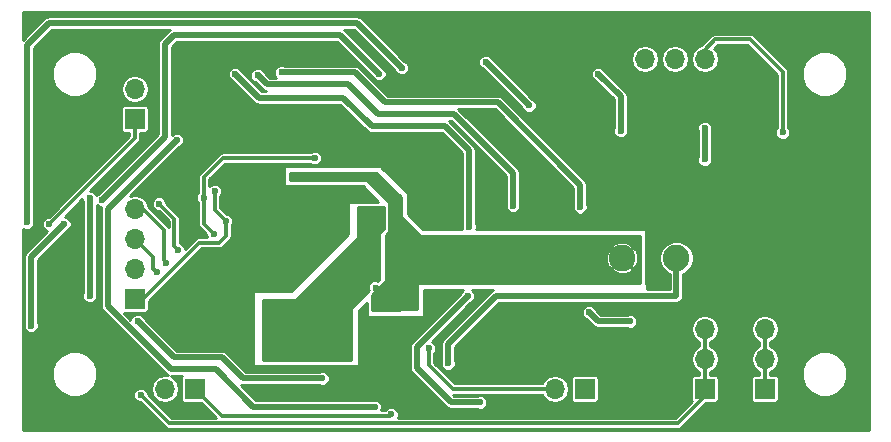
<source format=gbr>
G04 #@! TF.FileFunction,Copper,L2,Bot,Signal*
%FSLAX46Y46*%
G04 Gerber Fmt 4.6, Leading zero omitted, Abs format (unit mm)*
G04 Created by KiCad (PCBNEW 4.0.7) date 05/02/18 00:14:41*
%MOMM*%
%LPD*%
G01*
G04 APERTURE LIST*
%ADD10C,0.100000*%
%ADD11C,0.600000*%
%ADD12C,2.250000*%
%ADD13R,1.700000X1.700000*%
%ADD14O,1.700000X1.700000*%
%ADD15C,0.300000*%
%ADD16C,0.500000*%
%ADD17C,0.250000*%
G04 APERTURE END LIST*
D10*
D11*
X29004000Y18166000D03*
X34754000Y16366000D03*
X9021000Y5731000D03*
X16768000Y12335000D03*
X16768000Y11446000D03*
X16768000Y10557000D03*
X16768000Y9668000D03*
X17657000Y9668000D03*
X17657000Y10557000D03*
X17657000Y11446000D03*
X17657000Y12335000D03*
X19435000Y12335000D03*
X18546000Y12335000D03*
X18546000Y11446000D03*
X18546000Y10557000D03*
X18546000Y9668000D03*
X19435000Y9668000D03*
X19435000Y10557000D03*
X19435000Y11446000D03*
X43943000Y19764000D03*
X43943000Y18875000D03*
X43943000Y17986000D03*
X44832000Y17986000D03*
X44832000Y18875000D03*
X44832000Y19764000D03*
X45721000Y19764000D03*
X45721000Y18875000D03*
X45721000Y17986000D03*
X25842000Y25512000D03*
X25842000Y26401000D03*
X25842000Y27290000D03*
X24953000Y27290000D03*
X24953000Y26401000D03*
X24953000Y25512000D03*
X24064000Y25512000D03*
X24064000Y26401000D03*
X24064000Y27290000D03*
X69304000Y19640000D03*
X68415000Y19640000D03*
X68415000Y18751000D03*
X69304000Y18751000D03*
X70193000Y19640000D03*
X70193000Y18751000D03*
X52776000Y2851000D03*
X52776000Y3740000D03*
X52776000Y4629000D03*
X68415000Y20529000D03*
X69304000Y20529000D03*
X70193000Y20529000D03*
X51887000Y4629000D03*
X51887000Y3740000D03*
X51887000Y2851000D03*
X50998000Y2851000D03*
X50998000Y3740000D03*
X50998000Y4629000D03*
X66252000Y9856000D03*
X66252000Y8967000D03*
X67141000Y8967000D03*
X67141000Y9856000D03*
X70697000Y9856000D03*
X69808000Y9856000D03*
X68919000Y9856000D03*
X68030000Y9856000D03*
X68030000Y8967000D03*
X70697000Y8967000D03*
X68919000Y8967000D03*
X69808000Y8967000D03*
X43601000Y1944000D03*
X42712000Y1944000D03*
X65351000Y23805000D03*
X44490000Y1944000D03*
X66240000Y23805000D03*
X66240000Y22916000D03*
X65351000Y22916000D03*
X41823000Y1944000D03*
X40473000Y5183000D03*
X41362000Y5183000D03*
X42251000Y5183000D03*
X43140000Y5183000D03*
X39584000Y5183000D03*
X40934000Y1944000D03*
X33384000Y9505000D03*
X33384000Y8616000D03*
X32495000Y8616000D03*
X32495000Y9505000D03*
X40045000Y1944000D03*
X38695000Y5183000D03*
X49791000Y20856000D03*
X49791000Y19967000D03*
X49791000Y19078000D03*
X49791000Y18189000D03*
X50680000Y18189000D03*
X50680000Y19078000D03*
X50680000Y19967000D03*
X50680000Y20856000D03*
X36836000Y20556000D03*
X53347000Y20856000D03*
X52458000Y20856000D03*
X51569000Y20856000D03*
X51569000Y19967000D03*
X51569000Y19078000D03*
X51569000Y18189000D03*
X52458000Y18189000D03*
X53347000Y18189000D03*
X36836000Y17889000D03*
X36836000Y18778000D03*
X36836000Y19667000D03*
X53347000Y19078000D03*
X52458000Y19078000D03*
X52458000Y19967000D03*
X53347000Y19967000D03*
X47097000Y32072000D03*
X46208000Y32072000D03*
X36258000Y34083000D03*
X37147000Y34083000D03*
X47986000Y32072000D03*
X38036000Y34083000D03*
X38036000Y33194000D03*
X37147000Y33194000D03*
X36258000Y33194000D03*
X35369000Y33194000D03*
X35369000Y34083000D03*
X45319000Y32072000D03*
X45319000Y32961000D03*
X46208000Y32961000D03*
X47097000Y32961000D03*
X47986000Y32961000D03*
X44430000Y32961000D03*
X44430000Y32072000D03*
X34480000Y34083000D03*
X34480000Y33194000D03*
X33591000Y33194000D03*
X33591000Y34083000D03*
X43541000Y32072000D03*
X43541000Y32961000D03*
X29245000Y9638000D03*
X29245000Y8749000D03*
X29245000Y7860000D03*
X29245000Y6971000D03*
X61390000Y1338000D03*
X60501000Y1338000D03*
X59612000Y1338000D03*
X58723000Y1338000D03*
X62473000Y17049000D03*
X62473000Y16160000D03*
X62473000Y15271000D03*
X63362000Y15271000D03*
X64251000Y15271000D03*
X65140000Y15271000D03*
X65140000Y16160000D03*
X65140000Y17049000D03*
X64251000Y16160000D03*
X63362000Y16160000D03*
X63362000Y17049000D03*
X64251000Y17049000D03*
X18531000Y7912000D03*
X17642000Y7912000D03*
X19442000Y13173000D03*
X19420000Y7912000D03*
X18553000Y13173000D03*
X16753000Y7912000D03*
X16753000Y8801000D03*
X17642000Y8801000D03*
X18531000Y8801000D03*
X19420000Y8801000D03*
X15864000Y8801000D03*
X15864000Y7912000D03*
X17664000Y13173000D03*
X16775000Y13173000D03*
X14975000Y7912000D03*
X14975000Y8801000D03*
X9621000Y33024000D03*
X9621000Y32135000D03*
X10510000Y32135000D03*
X10510000Y33024000D03*
X2666000Y27774000D03*
X1777000Y27774000D03*
X40588000Y18824000D03*
X39699000Y18824000D03*
X39699000Y17935000D03*
X2666000Y26885000D03*
X40588000Y17935000D03*
X1777000Y26885000D03*
X21086000Y20209000D03*
X20197000Y20209000D03*
X21204000Y22116000D03*
X30866000Y24080000D03*
X30866000Y23191000D03*
X6100000Y9287000D03*
X5211000Y9287000D03*
X4322000Y9287000D03*
X3433000Y9287000D03*
X14104000Y8786000D03*
X9148000Y7128000D03*
X20197000Y21098000D03*
X21086000Y21098000D03*
X30866000Y24969000D03*
X8259000Y8017000D03*
X8259000Y7128000D03*
X14104000Y7897000D03*
X2544000Y9287000D03*
X9021000Y3064000D03*
X9021000Y3953000D03*
X9021000Y4842000D03*
X22725000Y24646000D03*
X15425000Y25207000D03*
X15425000Y24318000D03*
X16075000Y32229000D03*
X16964000Y32229000D03*
X16314000Y24318000D03*
X16314000Y25207000D03*
X23614000Y24646000D03*
X27170000Y24646000D03*
X26281000Y24646000D03*
X25392000Y24646000D03*
X24503000Y24646000D03*
X17203000Y25207000D03*
X17203000Y24318000D03*
X17853000Y32229000D03*
X18742000Y32229000D03*
X19631000Y32229000D03*
X20520000Y32229000D03*
X19870000Y24318000D03*
X19870000Y25207000D03*
X18981000Y24318000D03*
X18092000Y24318000D03*
X18092000Y25207000D03*
X23454000Y6516000D03*
X21054000Y6516000D03*
X22654000Y6516000D03*
X21854000Y6516000D03*
X21854000Y7316000D03*
X23454000Y7316000D03*
X22654000Y7316000D03*
X21054000Y7316000D03*
X33954000Y16366000D03*
X31529000Y16366000D03*
X33154000Y16366000D03*
X32354000Y16366000D03*
X24129000Y21841000D03*
X23354000Y21841000D03*
X33429000Y12341000D03*
X32629000Y12366000D03*
X31834000Y12357000D03*
X31034000Y12382000D03*
X30234000Y12407000D03*
X32629000Y10766000D03*
X33429000Y10741000D03*
X32629000Y11566000D03*
X18981000Y25207000D03*
X30554000Y18166000D03*
X29754000Y18166000D03*
X29754000Y18966000D03*
X33429000Y11541000D03*
D12*
X51097800Y14908000D03*
X55697800Y14908000D03*
D13*
X9833800Y26686000D03*
D14*
X9833800Y29226000D03*
D13*
X55553800Y3826000D03*
D14*
X55553800Y6366000D03*
X55553800Y8906000D03*
D13*
X63173800Y3826000D03*
D14*
X63173800Y6366000D03*
X63173800Y8906000D03*
D13*
X60633800Y3826000D03*
D14*
X60633800Y6366000D03*
X60633800Y8906000D03*
D13*
X58093800Y3826000D03*
D14*
X58093800Y6366000D03*
X58093800Y8906000D03*
D13*
X9833800Y11446000D03*
D14*
X9833800Y13986000D03*
X9833800Y16526000D03*
X9833800Y19066000D03*
D13*
X47933800Y3826000D03*
D14*
X45393800Y3826000D03*
D13*
X14913800Y3826000D03*
D14*
X12373800Y3826000D03*
D13*
X60633800Y31766000D03*
D14*
X58093800Y31766000D03*
X55553800Y31766000D03*
X53013800Y31766000D03*
D11*
X30556000Y18969000D03*
X31504000Y7016000D03*
X31404000Y4866000D03*
X26322800Y22883000D03*
X22097800Y21808000D03*
X20397800Y22108000D03*
X14597800Y22008000D03*
X10087800Y9541000D03*
X25708800Y4715000D03*
X6023800Y19955000D03*
X6023800Y11700000D03*
X36376800Y5985000D03*
X40948800Y11700000D03*
X50219800Y11700000D03*
X16620300Y20574500D03*
X17570300Y18024500D03*
X11697800Y13708000D03*
X12497800Y14508000D03*
X25070300Y23374500D03*
X15670300Y20024500D03*
X16520300Y16974500D03*
X58093800Y25924000D03*
X58093800Y23257000D03*
X50981800Y25670000D03*
X49076800Y30496000D03*
X39551800Y31512000D03*
X43234800Y27829000D03*
X689800Y17923000D03*
X32439800Y31004000D03*
X7039800Y19828000D03*
X3864800Y17796000D03*
X1070800Y9160000D03*
X30534800Y30496000D03*
X30153800Y2302000D03*
X13389800Y24908000D03*
X18342800Y30496000D03*
X38154800Y17542000D03*
X38027800Y11700000D03*
X39043800Y2683000D03*
X20247800Y30369000D03*
X41854000Y19316000D03*
X47554000Y19216000D03*
X22279800Y30623000D03*
X51743800Y9541000D03*
X48314800Y10303000D03*
X64697800Y25543000D03*
X2594800Y17796000D03*
X31550800Y1667000D03*
X34725800Y7255000D03*
X10341800Y3318000D03*
X13497800Y15608000D03*
X11897800Y19508000D03*
D15*
X31504000Y4966000D02*
X31504000Y7016000D01*
X31404000Y4866000D02*
X31504000Y4966000D01*
X55553800Y6366000D02*
X55553800Y8906000D01*
X55553800Y3826000D02*
X55553800Y6366000D01*
X60633800Y6366000D02*
X60633800Y8906000D01*
X60633800Y3826000D02*
X60633800Y6366000D01*
D16*
X13135800Y6493000D02*
X10087800Y9541000D01*
X17199800Y6493000D02*
X13135800Y6493000D01*
X18977800Y4715000D02*
X17199800Y6493000D01*
X25708800Y4715000D02*
X18977800Y4715000D01*
X6023800Y11700000D02*
X6023800Y19955000D01*
X40948800Y11700000D02*
X40440800Y11700000D01*
X36376800Y7636000D02*
X36376800Y5985000D01*
X40440800Y11700000D02*
X36376800Y7636000D01*
X50219800Y11700000D02*
X40948800Y11700000D01*
X55697800Y11717000D02*
X55697800Y14908000D01*
X55680800Y11700000D02*
X55697800Y11717000D01*
X50219800Y11700000D02*
X55680800Y11700000D01*
D15*
X9837800Y11438000D02*
X10527800Y11438000D01*
X10527800Y11438000D02*
X15297800Y16208000D01*
X15297800Y16208000D02*
X16997800Y16208000D01*
X16997800Y16208000D02*
X17570300Y16780500D01*
X17570300Y16780500D02*
X17570300Y18024500D01*
X16620300Y18974500D02*
X16620300Y20574500D01*
X17570300Y18024500D02*
X16620300Y18974500D01*
X11397800Y14958000D02*
X9837800Y16518000D01*
X11397800Y14008000D02*
X11397800Y14958000D01*
X11697800Y13708000D02*
X11397800Y14008000D01*
X12297800Y17308000D02*
X10547800Y19058000D01*
X12297800Y14708000D02*
X12297800Y17308000D01*
X12497800Y14508000D02*
X12297800Y14708000D01*
X10547800Y19058000D02*
X9837800Y19058000D01*
X15670300Y20024500D02*
X15670300Y21774500D01*
X17270300Y23374500D02*
X25070300Y23374500D01*
X15670300Y21774500D02*
X17270300Y23374500D01*
X15670300Y17824500D02*
X15670300Y20024500D01*
X16520300Y16974500D02*
X15670300Y17824500D01*
X63173800Y6366000D02*
X63173800Y8906000D01*
X63173800Y3826000D02*
X63173800Y6366000D01*
D16*
X58093800Y23257000D02*
X58093800Y25924000D01*
X50981800Y28591000D02*
X50981800Y25670000D01*
X49076800Y30496000D02*
X50981800Y28591000D01*
X39551800Y31512000D02*
X43234800Y27829000D01*
X689800Y32909000D02*
X689800Y17923000D01*
X2594800Y34814000D02*
X689800Y32909000D01*
X28629800Y34814000D02*
X2594800Y34814000D01*
X32439800Y31004000D02*
X28629800Y34814000D01*
X3864800Y17796000D02*
X1070800Y15002000D01*
X1070800Y15002000D02*
X1070800Y9160000D01*
X12373800Y25162000D02*
X7039800Y19828000D01*
X12373800Y33036000D02*
X12373800Y25162000D01*
X13135800Y33798000D02*
X12373800Y33036000D01*
X27232800Y33798000D02*
X13135800Y33798000D01*
X30534800Y30496000D02*
X27232800Y33798000D01*
X19866800Y2302000D02*
X30153800Y2302000D01*
X16691800Y5477000D02*
X19866800Y2302000D01*
X12881800Y5477000D02*
X16691800Y5477000D01*
X7547800Y10811000D02*
X12881800Y5477000D01*
X7547800Y19066000D02*
X7547800Y10811000D01*
X13389800Y24908000D02*
X7547800Y19066000D01*
X18342800Y30496000D02*
X20374800Y28464000D01*
X20374800Y28464000D02*
X27486800Y28464000D01*
X27486800Y28464000D02*
X29899800Y26051000D01*
X29899800Y26051000D02*
X36122800Y26051000D01*
X36122800Y26051000D02*
X38154800Y24019000D01*
X38154800Y24019000D02*
X38154800Y17542000D01*
X38027800Y11700000D02*
X33709800Y7382000D01*
X33709800Y7382000D02*
X33709800Y5604000D01*
X33709800Y5604000D02*
X36630800Y2683000D01*
X36630800Y2683000D02*
X39043800Y2683000D01*
X41837800Y22114000D02*
X41837800Y19332200D01*
X20247800Y30369000D02*
X21009800Y29607000D01*
X21009800Y29607000D02*
X27867800Y29607000D01*
X27867800Y29607000D02*
X30407800Y27067000D01*
X30407800Y27067000D02*
X36884800Y27067000D01*
X36884800Y27067000D02*
X41837800Y22114000D01*
X41837800Y19332200D02*
X41854000Y19316000D01*
X22279800Y30623000D02*
X28502800Y30623000D01*
X28502800Y30623000D02*
X31042800Y28083000D01*
X31042800Y28083000D02*
X40567800Y28083000D01*
X40567800Y28083000D02*
X47552800Y21098000D01*
X47552800Y21098000D02*
X47554000Y19216000D01*
X49076800Y9541000D02*
X51743800Y9541000D01*
X48314800Y10303000D02*
X49076800Y9541000D01*
D15*
X58093800Y31766000D02*
X58093800Y32528000D01*
X58093800Y32528000D02*
X58982800Y33417000D01*
X64697800Y30623000D02*
X64697800Y25543000D01*
X61903800Y33417000D02*
X64697800Y30623000D01*
X58982800Y33417000D02*
X61903800Y33417000D01*
X9833800Y26686000D02*
X9833800Y25035000D01*
X9833800Y25035000D02*
X2594800Y17796000D01*
X17199800Y1540000D02*
X14913800Y3826000D01*
X31423800Y1540000D02*
X17199800Y1540000D01*
X31550800Y1667000D02*
X31423800Y1540000D01*
X45393800Y3826000D02*
X36757800Y3826000D01*
X34725800Y5858000D02*
X34725800Y7255000D01*
X36757800Y3826000D02*
X34725800Y5858000D01*
X58093800Y3826000D02*
X58093800Y3191000D01*
X58093800Y3191000D02*
X55807800Y905000D01*
X12754800Y905000D02*
X10341800Y3318000D01*
X55807800Y905000D02*
X12754800Y905000D01*
X58093800Y6366000D02*
X58093800Y8906000D01*
X58093800Y3826000D02*
X58093800Y6366000D01*
X58097800Y3818000D02*
X58097800Y3308000D01*
X13497800Y15608000D02*
X13197800Y15908000D01*
X13197800Y15908000D02*
X13197800Y18208000D01*
X13197800Y18208000D02*
X11897800Y19508000D01*
D17*
G36*
X32345300Y20072724D02*
X32345300Y18474500D01*
X32355148Y18425868D01*
X32381912Y18386112D01*
X33981912Y16786112D01*
X34023263Y16758687D01*
X34070300Y16749500D01*
X35615140Y16749500D01*
X35657115Y16758000D01*
X52647800Y16758000D01*
X52647800Y12808000D01*
X33847800Y12808000D01*
X33799168Y12798152D01*
X33758199Y12770159D01*
X33731349Y12728432D01*
X33722800Y12683000D01*
X33722800Y10558000D01*
X32270300Y10558000D01*
X32228325Y10549500D01*
X29945300Y10549500D01*
X29945300Y11772724D01*
X31058688Y12886112D01*
X31086113Y12927463D01*
X31095300Y12974500D01*
X31095300Y13956969D01*
X50182124Y13956969D01*
X50309103Y13779919D01*
X50800837Y13563967D01*
X51337781Y13552633D01*
X51838190Y13747641D01*
X51886497Y13779919D01*
X52013476Y13956969D01*
X51097800Y14872645D01*
X50182124Y13956969D01*
X31095300Y13956969D01*
X31095300Y14668019D01*
X49742433Y14668019D01*
X49937441Y14167610D01*
X49969719Y14119303D01*
X50146769Y13992324D01*
X51062445Y14908000D01*
X51133155Y14908000D01*
X52048831Y13992324D01*
X52225881Y14119303D01*
X52441833Y14611037D01*
X52453167Y15147981D01*
X52258159Y15648390D01*
X52225881Y15696697D01*
X52048831Y15823676D01*
X51133155Y14908000D01*
X51062445Y14908000D01*
X50146769Y15823676D01*
X49969719Y15696697D01*
X49753767Y15204963D01*
X49742433Y14668019D01*
X31095300Y14668019D01*
X31095300Y15859031D01*
X50182124Y15859031D01*
X51097800Y14943355D01*
X52013476Y15859031D01*
X51886497Y16036081D01*
X51394763Y16252033D01*
X50857819Y16263367D01*
X50357410Y16068359D01*
X50309103Y16036081D01*
X50182124Y15859031D01*
X31095300Y15859031D01*
X31095300Y16822724D01*
X31358688Y17086112D01*
X31386113Y17127463D01*
X31395300Y17174500D01*
X31395300Y19524500D01*
X31385452Y19573132D01*
X31358688Y19612888D01*
X29458688Y21512888D01*
X29417337Y21540313D01*
X29370300Y21549500D01*
X23315472Y21549500D01*
X23270300Y21558000D01*
X23022800Y21558000D01*
X23022800Y22133000D01*
X23270300Y22133000D01*
X23318932Y22142848D01*
X23328667Y22149500D01*
X30268524Y22149500D01*
X32345300Y20072724D01*
X32345300Y20072724D01*
G37*
X32345300Y20072724D02*
X32345300Y18474500D01*
X32355148Y18425868D01*
X32381912Y18386112D01*
X33981912Y16786112D01*
X34023263Y16758687D01*
X34070300Y16749500D01*
X35615140Y16749500D01*
X35657115Y16758000D01*
X52647800Y16758000D01*
X52647800Y12808000D01*
X33847800Y12808000D01*
X33799168Y12798152D01*
X33758199Y12770159D01*
X33731349Y12728432D01*
X33722800Y12683000D01*
X33722800Y10558000D01*
X32270300Y10558000D01*
X32228325Y10549500D01*
X29945300Y10549500D01*
X29945300Y11772724D01*
X31058688Y12886112D01*
X31086113Y12927463D01*
X31095300Y12974500D01*
X31095300Y13956969D01*
X50182124Y13956969D01*
X50309103Y13779919D01*
X50800837Y13563967D01*
X51337781Y13552633D01*
X51838190Y13747641D01*
X51886497Y13779919D01*
X52013476Y13956969D01*
X51097800Y14872645D01*
X50182124Y13956969D01*
X31095300Y13956969D01*
X31095300Y14668019D01*
X49742433Y14668019D01*
X49937441Y14167610D01*
X49969719Y14119303D01*
X50146769Y13992324D01*
X51062445Y14908000D01*
X51133155Y14908000D01*
X52048831Y13992324D01*
X52225881Y14119303D01*
X52441833Y14611037D01*
X52453167Y15147981D01*
X52258159Y15648390D01*
X52225881Y15696697D01*
X52048831Y15823676D01*
X51133155Y14908000D01*
X51062445Y14908000D01*
X50146769Y15823676D01*
X49969719Y15696697D01*
X49753767Y15204963D01*
X49742433Y14668019D01*
X31095300Y14668019D01*
X31095300Y15859031D01*
X50182124Y15859031D01*
X51097800Y14943355D01*
X52013476Y15859031D01*
X51886497Y16036081D01*
X51394763Y16252033D01*
X50857819Y16263367D01*
X50357410Y16068359D01*
X50309103Y16036081D01*
X50182124Y15859031D01*
X31095300Y15859031D01*
X31095300Y16822724D01*
X31358688Y17086112D01*
X31386113Y17127463D01*
X31395300Y17174500D01*
X31395300Y19524500D01*
X31385452Y19573132D01*
X31358688Y19612888D01*
X29458688Y21512888D01*
X29417337Y21540313D01*
X29370300Y21549500D01*
X23315472Y21549500D01*
X23270300Y21558000D01*
X23022800Y21558000D01*
X23022800Y22133000D01*
X23270300Y22133000D01*
X23318932Y22142848D01*
X23328667Y22149500D01*
X30268524Y22149500D01*
X32345300Y20072724D01*
G36*
X30897800Y17384776D02*
X30584412Y17071388D01*
X30556987Y17030037D01*
X30547800Y16983000D01*
X30547800Y13134776D01*
X30419668Y13006644D01*
X30358866Y13031891D01*
X30110225Y13032108D01*
X29880429Y12937158D01*
X29704460Y12761496D01*
X29609109Y12531866D01*
X29608892Y12283225D01*
X29634434Y12221410D01*
X28209412Y10796388D01*
X28181987Y10755037D01*
X28172800Y10708000D01*
X28172800Y6308000D01*
X20697800Y6308000D01*
X20697800Y11333000D01*
X23397800Y11333000D01*
X23446432Y11342848D01*
X23486188Y11369612D01*
X28661188Y16544612D01*
X28688613Y16585963D01*
X28697800Y16633000D01*
X28697800Y19233000D01*
X30897800Y19233000D01*
X30897800Y17384776D01*
X30897800Y17384776D01*
G37*
X30897800Y17384776D02*
X30584412Y17071388D01*
X30556987Y17030037D01*
X30547800Y16983000D01*
X30547800Y13134776D01*
X30419668Y13006644D01*
X30358866Y13031891D01*
X30110225Y13032108D01*
X29880429Y12937158D01*
X29704460Y12761496D01*
X29609109Y12531866D01*
X29608892Y12283225D01*
X29634434Y12221410D01*
X28209412Y10796388D01*
X28181987Y10755037D01*
X28172800Y10708000D01*
X28172800Y6308000D01*
X20697800Y6308000D01*
X20697800Y11333000D01*
X23397800Y11333000D01*
X23446432Y11342848D01*
X23486188Y11369612D01*
X28661188Y16544612D01*
X28688613Y16585963D01*
X28697800Y16633000D01*
X28697800Y19233000D01*
X30897800Y19233000D01*
X30897800Y17384776D01*
G36*
X71971800Y350000D02*
X350000Y350000D01*
X350000Y4714774D01*
X2828467Y4714774D01*
X3120913Y4007000D01*
X3661951Y3465016D01*
X4369214Y3171335D01*
X5135026Y3170667D01*
X5842800Y3463113D01*
X6384784Y4004151D01*
X6678465Y4711414D01*
X6679133Y5477226D01*
X6386687Y6185000D01*
X5845649Y6726984D01*
X5138386Y7020665D01*
X4372574Y7021333D01*
X3664800Y6728887D01*
X3122816Y6187849D01*
X2829135Y5480586D01*
X2828467Y4714774D01*
X350000Y4714774D01*
X350000Y17387358D01*
X564934Y17298109D01*
X813575Y17297892D01*
X1043371Y17392842D01*
X1219340Y17568504D01*
X1314691Y17798134D01*
X1314908Y18046775D01*
X1264800Y18168045D01*
X1264800Y30114774D01*
X2828467Y30114774D01*
X3120913Y29407000D01*
X3661951Y28865016D01*
X4369214Y28571335D01*
X5135026Y28570667D01*
X5842800Y28863113D01*
X6206321Y29226000D01*
X8635780Y29226000D01*
X8725222Y28776347D01*
X8979930Y28395150D01*
X9361127Y28140442D01*
X9810780Y28051000D01*
X9856820Y28051000D01*
X10306473Y28140442D01*
X10687670Y28395150D01*
X10942378Y28776347D01*
X11031820Y29226000D01*
X10942378Y29675653D01*
X10687670Y30056850D01*
X10306473Y30311558D01*
X9856820Y30401000D01*
X9810780Y30401000D01*
X9361127Y30311558D01*
X8979930Y30056850D01*
X8725222Y29675653D01*
X8635780Y29226000D01*
X6206321Y29226000D01*
X6384784Y29404151D01*
X6678465Y30111414D01*
X6679133Y30877226D01*
X6386687Y31585000D01*
X5845649Y32126984D01*
X5138386Y32420665D01*
X4372574Y32421333D01*
X3664800Y32128887D01*
X3122816Y31587849D01*
X2829135Y30880586D01*
X2828467Y30114774D01*
X1264800Y30114774D01*
X1264800Y32670828D01*
X2832973Y34239000D01*
X12780717Y34239000D01*
X12729214Y34204587D01*
X11967214Y33442586D01*
X11842569Y33256043D01*
X11798800Y33036000D01*
X11798800Y25400172D01*
X6806468Y20407840D01*
X6686229Y20358158D01*
X6578078Y20250196D01*
X6553958Y20308571D01*
X6378296Y20484540D01*
X6148666Y20579891D01*
X6050529Y20579977D01*
X10169676Y24699124D01*
X10272643Y24853225D01*
X10308800Y25035000D01*
X10308800Y25504633D01*
X10683800Y25504633D01*
X10804238Y25527295D01*
X10914853Y25598474D01*
X10989060Y25707080D01*
X11015167Y25836000D01*
X11015167Y27536000D01*
X10992505Y27656438D01*
X10921326Y27767053D01*
X10812720Y27841260D01*
X10683800Y27867367D01*
X8983800Y27867367D01*
X8863362Y27844705D01*
X8752747Y27773526D01*
X8678540Y27664920D01*
X8652433Y27536000D01*
X8652433Y25836000D01*
X8675095Y25715562D01*
X8746274Y25604947D01*
X8854880Y25530740D01*
X8983800Y25504633D01*
X9358800Y25504633D01*
X9358800Y25231752D01*
X2548089Y18421041D01*
X2471025Y18421108D01*
X2241229Y18326158D01*
X2065260Y18150496D01*
X1969909Y17920866D01*
X1969692Y17672225D01*
X2064642Y17442429D01*
X2240304Y17266460D01*
X2439411Y17183783D01*
X664214Y15408586D01*
X539569Y15222043D01*
X495800Y15002000D01*
X495800Y9405017D01*
X445909Y9284866D01*
X445692Y9036225D01*
X540642Y8806429D01*
X716304Y8630460D01*
X945934Y8535109D01*
X1194575Y8534892D01*
X1424371Y8629842D01*
X1600340Y8805504D01*
X1695691Y9035134D01*
X1695908Y9283775D01*
X1645800Y9405045D01*
X1645800Y14763828D01*
X4098134Y17216161D01*
X4218371Y17265842D01*
X4394340Y17441504D01*
X4489691Y17671134D01*
X4489908Y17919775D01*
X4394958Y18149571D01*
X4219296Y18325540D01*
X3989666Y18420891D01*
X3891529Y18420977D01*
X5398777Y19928225D01*
X5398692Y19831225D01*
X5448800Y19709955D01*
X5448800Y11945017D01*
X5398909Y11824866D01*
X5398692Y11576225D01*
X5493642Y11346429D01*
X5669304Y11170460D01*
X5898934Y11075109D01*
X6147575Y11074892D01*
X6377371Y11169842D01*
X6553340Y11345504D01*
X6648691Y11575134D01*
X6648908Y11823775D01*
X6598800Y11945045D01*
X6598800Y19385115D01*
X6685304Y19298460D01*
X6914934Y19203109D01*
X7000058Y19203035D01*
X6972800Y19066000D01*
X6972800Y10811000D01*
X7003334Y10657496D01*
X7016569Y10590957D01*
X7141214Y10404414D01*
X12475214Y5070414D01*
X12617065Y4975631D01*
X12373800Y5024020D01*
X11924147Y4934578D01*
X11542950Y4679870D01*
X11288242Y4298673D01*
X11198800Y3849020D01*
X11198800Y3802980D01*
X11288242Y3353327D01*
X11542950Y2972130D01*
X11924147Y2717422D01*
X12373800Y2627980D01*
X12823453Y2717422D01*
X13204650Y2972130D01*
X13459358Y3353327D01*
X13548800Y3802980D01*
X13548800Y3849020D01*
X13459358Y4298673D01*
X13204650Y4679870D01*
X12868144Y4904716D01*
X12881800Y4902000D01*
X13824872Y4902000D01*
X13758540Y4804920D01*
X13732433Y4676000D01*
X13732433Y2976000D01*
X13755095Y2855562D01*
X13826274Y2744947D01*
X13934880Y2670740D01*
X14063800Y2644633D01*
X15423415Y2644633D01*
X16688048Y1380000D01*
X12951551Y1380000D01*
X10966841Y3364711D01*
X10966908Y3441775D01*
X10871958Y3671571D01*
X10696296Y3847540D01*
X10466666Y3942891D01*
X10218025Y3943108D01*
X9988229Y3848158D01*
X9812260Y3672496D01*
X9716909Y3442866D01*
X9716692Y3194225D01*
X9811642Y2964429D01*
X9987304Y2788460D01*
X10216934Y2693109D01*
X10295007Y2693041D01*
X12418922Y569127D01*
X12418924Y569124D01*
X12573025Y466157D01*
X12754800Y430000D01*
X55807800Y430000D01*
X55989575Y466157D01*
X56143676Y569124D01*
X58219185Y2644633D01*
X58943800Y2644633D01*
X59064238Y2667295D01*
X59174853Y2738474D01*
X59249060Y2847080D01*
X59275167Y2976000D01*
X59275167Y4676000D01*
X59252505Y4796438D01*
X59181326Y4907053D01*
X59072720Y4981260D01*
X58943800Y5007367D01*
X58568800Y5007367D01*
X58568800Y5281997D01*
X58947670Y5535150D01*
X59202378Y5916347D01*
X59291820Y6366000D01*
X59202378Y6815653D01*
X58947670Y7196850D01*
X58568800Y7450003D01*
X58568800Y7821997D01*
X58947670Y8075150D01*
X59202378Y8456347D01*
X59291820Y8906000D01*
X61975780Y8906000D01*
X62065222Y8456347D01*
X62319930Y8075150D01*
X62698800Y7821997D01*
X62698800Y7450003D01*
X62319930Y7196850D01*
X62065222Y6815653D01*
X61975780Y6366000D01*
X62065222Y5916347D01*
X62319930Y5535150D01*
X62698800Y5281997D01*
X62698800Y5007367D01*
X62323800Y5007367D01*
X62203362Y4984705D01*
X62092747Y4913526D01*
X62018540Y4804920D01*
X61992433Y4676000D01*
X61992433Y2976000D01*
X62015095Y2855562D01*
X62086274Y2744947D01*
X62194880Y2670740D01*
X62323800Y2644633D01*
X64023800Y2644633D01*
X64144238Y2667295D01*
X64254853Y2738474D01*
X64329060Y2847080D01*
X64355167Y2976000D01*
X64355167Y4676000D01*
X64347872Y4714774D01*
X66328467Y4714774D01*
X66620913Y4007000D01*
X67161951Y3465016D01*
X67869214Y3171335D01*
X68635026Y3170667D01*
X69342800Y3463113D01*
X69884784Y4004151D01*
X70178465Y4711414D01*
X70179133Y5477226D01*
X69886687Y6185000D01*
X69345649Y6726984D01*
X68638386Y7020665D01*
X67872574Y7021333D01*
X67164800Y6728887D01*
X66622816Y6187849D01*
X66329135Y5480586D01*
X66328467Y4714774D01*
X64347872Y4714774D01*
X64332505Y4796438D01*
X64261326Y4907053D01*
X64152720Y4981260D01*
X64023800Y5007367D01*
X63648800Y5007367D01*
X63648800Y5281997D01*
X64027670Y5535150D01*
X64282378Y5916347D01*
X64371820Y6366000D01*
X64282378Y6815653D01*
X64027670Y7196850D01*
X63648800Y7450003D01*
X63648800Y7821997D01*
X64027670Y8075150D01*
X64282378Y8456347D01*
X64371820Y8906000D01*
X64282378Y9355653D01*
X64027670Y9736850D01*
X63646473Y9991558D01*
X63196820Y10081000D01*
X63150780Y10081000D01*
X62701127Y9991558D01*
X62319930Y9736850D01*
X62065222Y9355653D01*
X61975780Y8906000D01*
X59291820Y8906000D01*
X59202378Y9355653D01*
X58947670Y9736850D01*
X58566473Y9991558D01*
X58116820Y10081000D01*
X58070780Y10081000D01*
X57621127Y9991558D01*
X57239930Y9736850D01*
X56985222Y9355653D01*
X56895780Y8906000D01*
X56985222Y8456347D01*
X57239930Y8075150D01*
X57618800Y7821997D01*
X57618800Y7450003D01*
X57239930Y7196850D01*
X56985222Y6815653D01*
X56895780Y6366000D01*
X56985222Y5916347D01*
X57239930Y5535150D01*
X57618800Y5281997D01*
X57618800Y5007367D01*
X57243800Y5007367D01*
X57123362Y4984705D01*
X57012747Y4913526D01*
X56938540Y4804920D01*
X56912433Y4676000D01*
X56912433Y2976000D01*
X56935095Y2855562D01*
X56994419Y2763371D01*
X55611048Y1380000D01*
X32108367Y1380000D01*
X32175691Y1542134D01*
X32175908Y1790775D01*
X32080958Y2020571D01*
X31905296Y2196540D01*
X31675666Y2291891D01*
X31427025Y2292108D01*
X31197229Y2197158D01*
X31021260Y2021496D01*
X31018563Y2015000D01*
X30711367Y2015000D01*
X30778691Y2177134D01*
X30778908Y2425775D01*
X30683958Y2655571D01*
X30508296Y2831540D01*
X30278666Y2926891D01*
X30030025Y2927108D01*
X29908755Y2877000D01*
X20104972Y2877000D01*
X18808246Y4173726D01*
X18977800Y4140000D01*
X25463783Y4140000D01*
X25583934Y4090109D01*
X25832575Y4089892D01*
X26062371Y4184842D01*
X26238340Y4360504D01*
X26333691Y4590134D01*
X26333908Y4838775D01*
X26238958Y5068571D01*
X26063296Y5244540D01*
X25833666Y5339891D01*
X25585025Y5340108D01*
X25463755Y5290000D01*
X19215973Y5290000D01*
X17606386Y6899586D01*
X17419843Y7024231D01*
X17199800Y7068000D01*
X13373972Y7068000D01*
X10667640Y9774332D01*
X10617958Y9894571D01*
X10442296Y10070540D01*
X10212666Y10165891D01*
X9964025Y10166108D01*
X9734229Y10071158D01*
X9558260Y9895496D01*
X9475583Y9696389D01*
X8887923Y10284049D01*
X8983800Y10264633D01*
X10683800Y10264633D01*
X10804238Y10287295D01*
X10914853Y10358474D01*
X10989060Y10467080D01*
X11015167Y10596000D01*
X11015167Y11253615D01*
X15494552Y15733000D01*
X16997800Y15733000D01*
X17179575Y15769157D01*
X17333676Y15872124D01*
X17906176Y16444624D01*
X18009143Y16598725D01*
X18045300Y16780500D01*
X18045300Y17615559D01*
X18099840Y17670004D01*
X18195191Y17899634D01*
X18195408Y18148275D01*
X18100458Y18378071D01*
X17924796Y18554040D01*
X17695166Y18649391D01*
X17617093Y18649459D01*
X17095300Y19171252D01*
X17095300Y20165559D01*
X17149840Y20220004D01*
X17245191Y20449634D01*
X17245408Y20698275D01*
X17150458Y20928071D01*
X16974796Y21104040D01*
X16745166Y21199391D01*
X16496525Y21199608D01*
X16266729Y21104658D01*
X16145300Y20983441D01*
X16145300Y21577748D01*
X17467052Y22899500D01*
X24661359Y22899500D01*
X24715804Y22844960D01*
X24945434Y22749609D01*
X25194075Y22749392D01*
X25423871Y22844342D01*
X25599840Y23020004D01*
X25695191Y23249634D01*
X25695408Y23498275D01*
X25600458Y23728071D01*
X25424796Y23904040D01*
X25195166Y23999391D01*
X24946525Y23999608D01*
X24716729Y23904658D01*
X24661475Y23849500D01*
X17270305Y23849500D01*
X17270300Y23849501D01*
X17118684Y23819342D01*
X17088525Y23813343D01*
X16934424Y23710376D01*
X15334424Y22110376D01*
X15231457Y21956275D01*
X15195300Y21774500D01*
X15195300Y20433441D01*
X15140760Y20378996D01*
X15045409Y20149366D01*
X15045192Y19900725D01*
X15140142Y19670929D01*
X15195300Y19615675D01*
X15195300Y17824500D01*
X15231457Y17642725D01*
X15334424Y17488624D01*
X15895259Y16927789D01*
X15895192Y16850725D01*
X15964495Y16683000D01*
X15297805Y16683000D01*
X15297800Y16683001D01*
X15146184Y16652842D01*
X15116025Y16646843D01*
X14961924Y16543876D01*
X14122884Y15704836D01*
X14122908Y15731775D01*
X14027958Y15961571D01*
X13852296Y16137540D01*
X13672800Y16212073D01*
X13672800Y18207995D01*
X13672801Y18208000D01*
X13642491Y18360376D01*
X13636643Y18389775D01*
X13533676Y18543876D01*
X13533673Y18543878D01*
X12522841Y19554711D01*
X12522908Y19631775D01*
X12427958Y19861571D01*
X12252296Y20037540D01*
X12022666Y20132891D01*
X11774025Y20133108D01*
X11544229Y20038158D01*
X11368260Y19862496D01*
X11272909Y19632866D01*
X11272692Y19384225D01*
X11367642Y19154429D01*
X11543304Y18978460D01*
X11772934Y18883109D01*
X11851007Y18883041D01*
X12722800Y18011249D01*
X12722800Y17510493D01*
X12633676Y17643876D01*
X10987192Y19290360D01*
X10942378Y19515653D01*
X10687670Y19896850D01*
X10306473Y20151558D01*
X9856820Y20241000D01*
X9810780Y20241000D01*
X9467736Y20172764D01*
X13623134Y24328161D01*
X13743371Y24377842D01*
X13919340Y24553504D01*
X14014691Y24783134D01*
X14014908Y25031775D01*
X13919958Y25261571D01*
X13744296Y25437540D01*
X13514666Y25532891D01*
X13266025Y25533108D01*
X13036229Y25438158D01*
X12948800Y25350882D01*
X12948800Y30372225D01*
X17717692Y30372225D01*
X17812642Y30142429D01*
X17988304Y29966460D01*
X18109488Y29916140D01*
X19968214Y28057414D01*
X20154757Y27932769D01*
X20374800Y27889000D01*
X27248628Y27889000D01*
X29493213Y25644414D01*
X29659794Y25533108D01*
X29679757Y25519769D01*
X29899800Y25476000D01*
X35884628Y25476000D01*
X37579800Y23780828D01*
X37579800Y17787017D01*
X37529909Y17666866D01*
X37529692Y17418225D01*
X37561601Y17341000D01*
X34255776Y17341000D01*
X32979000Y18617776D01*
X32979000Y20316000D01*
X32969152Y20364632D01*
X32942388Y20404388D01*
X30692388Y22654388D01*
X30651037Y22681813D01*
X30604000Y22691000D01*
X22604000Y22691000D01*
X22555368Y22681152D01*
X22514399Y22653159D01*
X22487549Y22611432D01*
X22479000Y22566000D01*
X22479000Y21116000D01*
X22488848Y21067368D01*
X22516841Y21026399D01*
X22558568Y20999549D01*
X22604000Y20991000D01*
X29152224Y20991000D01*
X30452224Y19691000D01*
X28054000Y19691000D01*
X28005368Y19681152D01*
X27964399Y19653159D01*
X27937549Y19611432D01*
X27929000Y19566000D01*
X27929000Y16967776D01*
X23052224Y12091000D01*
X20004000Y12091000D01*
X19955368Y12081152D01*
X19914399Y12053159D01*
X19887549Y12011432D01*
X19879000Y11966000D01*
X19879000Y5858000D01*
X19888848Y5809368D01*
X19916841Y5768399D01*
X19958568Y5741549D01*
X20004000Y5733000D01*
X28706000Y5733000D01*
X28754632Y5742848D01*
X28795601Y5770841D01*
X28822451Y5812568D01*
X28831000Y5858000D01*
X28831000Y10505224D01*
X29470000Y11144224D01*
X29470000Y10049000D01*
X29479848Y10000368D01*
X29507841Y9959399D01*
X29549568Y9932549D01*
X29595000Y9924000D01*
X34167000Y9924000D01*
X34215632Y9933848D01*
X34256601Y9961841D01*
X34283451Y10003568D01*
X34292000Y10049000D01*
X34292000Y12210000D01*
X37654036Y12210000D01*
X37498260Y12054496D01*
X37447940Y11933313D01*
X33303214Y7788586D01*
X33178569Y7602043D01*
X33134800Y7382000D01*
X33134800Y5604000D01*
X33164683Y5453769D01*
X33178569Y5383957D01*
X33303214Y5197414D01*
X36224214Y2276413D01*
X36371163Y2178225D01*
X36410757Y2151769D01*
X36630800Y2108000D01*
X38798783Y2108000D01*
X38918934Y2058109D01*
X39167575Y2057892D01*
X39397371Y2152842D01*
X39573340Y2328504D01*
X39668691Y2558134D01*
X39668908Y2806775D01*
X39573958Y3036571D01*
X39398296Y3212540D01*
X39168666Y3307891D01*
X38920025Y3308108D01*
X38798755Y3258000D01*
X36868973Y3258000D01*
X36775973Y3351000D01*
X44309797Y3351000D01*
X44562950Y2972130D01*
X44944147Y2717422D01*
X45393800Y2627980D01*
X45843453Y2717422D01*
X46224650Y2972130D01*
X46479358Y3353327D01*
X46568800Y3802980D01*
X46568800Y3849020D01*
X46479358Y4298673D01*
X46227236Y4676000D01*
X46752433Y4676000D01*
X46752433Y2976000D01*
X46775095Y2855562D01*
X46846274Y2744947D01*
X46954880Y2670740D01*
X47083800Y2644633D01*
X48783800Y2644633D01*
X48904238Y2667295D01*
X49014853Y2738474D01*
X49089060Y2847080D01*
X49115167Y2976000D01*
X49115167Y4676000D01*
X49092505Y4796438D01*
X49021326Y4907053D01*
X48912720Y4981260D01*
X48783800Y5007367D01*
X47083800Y5007367D01*
X46963362Y4984705D01*
X46852747Y4913526D01*
X46778540Y4804920D01*
X46752433Y4676000D01*
X46227236Y4676000D01*
X46224650Y4679870D01*
X45843453Y4934578D01*
X45393800Y5024020D01*
X44944147Y4934578D01*
X44562950Y4679870D01*
X44309797Y4301000D01*
X36954552Y4301000D01*
X35200800Y6054752D01*
X35200800Y6846059D01*
X35255340Y6900504D01*
X35350691Y7130134D01*
X35350908Y7378775D01*
X35255958Y7608571D01*
X35080296Y7784540D01*
X34970927Y7829954D01*
X38261134Y11120161D01*
X38381371Y11169842D01*
X38557340Y11345504D01*
X38652691Y11575134D01*
X38652908Y11823775D01*
X38557958Y12053571D01*
X38401802Y12210000D01*
X40188983Y12210000D01*
X40034214Y12106586D01*
X35970214Y8042586D01*
X35845569Y7856043D01*
X35801800Y7636000D01*
X35801800Y6230017D01*
X35751909Y6109866D01*
X35751692Y5861225D01*
X35846642Y5631429D01*
X36022304Y5455460D01*
X36251934Y5360109D01*
X36500575Y5359892D01*
X36730371Y5454842D01*
X36906340Y5630504D01*
X37001691Y5860134D01*
X37001908Y6108775D01*
X36951800Y6230045D01*
X36951800Y7397828D01*
X39733197Y10179225D01*
X47689692Y10179225D01*
X47784642Y9949429D01*
X47960304Y9773460D01*
X48081488Y9723140D01*
X48670214Y9134413D01*
X48817163Y9036225D01*
X48856757Y9009769D01*
X49076800Y8966000D01*
X51498783Y8966000D01*
X51618934Y8916109D01*
X51867575Y8915892D01*
X52097371Y9010842D01*
X52273340Y9186504D01*
X52368691Y9416134D01*
X52368908Y9664775D01*
X52273958Y9894571D01*
X52098296Y10070540D01*
X51868666Y10165891D01*
X51620025Y10166108D01*
X51498755Y10116000D01*
X49314973Y10116000D01*
X48894640Y10536333D01*
X48844958Y10656571D01*
X48669296Y10832540D01*
X48439666Y10927891D01*
X48191025Y10928108D01*
X47961229Y10833158D01*
X47785260Y10657496D01*
X47689909Y10427866D01*
X47689692Y10179225D01*
X39733197Y10179225D01*
X40678972Y11125000D01*
X40703783Y11125000D01*
X40823934Y11075109D01*
X41072575Y11074892D01*
X41193845Y11125000D01*
X49974783Y11125000D01*
X50094934Y11075109D01*
X50343575Y11074892D01*
X50464845Y11125000D01*
X55680800Y11125000D01*
X55900843Y11168769D01*
X56087386Y11293414D01*
X56104387Y11310414D01*
X56229031Y11496957D01*
X56272800Y11717000D01*
X56272800Y13576683D01*
X56518086Y13678033D01*
X56926333Y14085569D01*
X57147548Y14618312D01*
X57148051Y15195157D01*
X56927767Y15728286D01*
X56520231Y16136533D01*
X55987488Y16357748D01*
X55410643Y16358251D01*
X54877514Y16137967D01*
X54469267Y15730431D01*
X54248052Y15197688D01*
X54247549Y14620843D01*
X54467833Y14087714D01*
X54875369Y13679467D01*
X55122800Y13576724D01*
X55122800Y12275000D01*
X53197077Y12275000D01*
X53206451Y12289568D01*
X53215000Y12335000D01*
X53215000Y12616000D01*
X53205152Y12664632D01*
X53177159Y12705601D01*
X53135432Y12732451D01*
X53129000Y12733661D01*
X53129000Y17216000D01*
X53119152Y17264632D01*
X53091159Y17305601D01*
X53049432Y17332451D01*
X53004000Y17341000D01*
X38748077Y17341000D01*
X38779691Y17417134D01*
X38779908Y17665775D01*
X38729800Y17787045D01*
X38729800Y24019000D01*
X38686031Y24239043D01*
X38561386Y24425586D01*
X36529386Y26457586D01*
X36477882Y26492000D01*
X36646628Y26492000D01*
X41262800Y21875827D01*
X41262800Y19522003D01*
X41229109Y19440866D01*
X41228892Y19192225D01*
X41323842Y18962429D01*
X41499504Y18786460D01*
X41729134Y18691109D01*
X41977775Y18690892D01*
X42207571Y18785842D01*
X42383540Y18961504D01*
X42478891Y19191134D01*
X42479108Y19439775D01*
X42412800Y19600252D01*
X42412800Y22114000D01*
X42369031Y22334043D01*
X42344644Y22370540D01*
X42244387Y22520586D01*
X37291386Y27473586D01*
X37239882Y27508000D01*
X40329628Y27508000D01*
X46977952Y20859675D01*
X46978844Y19460640D01*
X46929109Y19340866D01*
X46928892Y19092225D01*
X47023842Y18862429D01*
X47199504Y18686460D01*
X47429134Y18591109D01*
X47677775Y18590892D01*
X47907571Y18685842D01*
X48083540Y18861504D01*
X48178891Y19091134D01*
X48179108Y19339775D01*
X48128844Y19461423D01*
X48127800Y21098367D01*
X48105780Y21208700D01*
X48084031Y21318043D01*
X48083928Y21318197D01*
X48083891Y21318382D01*
X48021663Y21411383D01*
X47959387Y21504586D01*
X40974386Y28489586D01*
X40787843Y28614231D01*
X40567800Y28658000D01*
X31280973Y28658000D01*
X28909386Y31029586D01*
X28722843Y31154231D01*
X28701738Y31158429D01*
X28502800Y31198000D01*
X22524817Y31198000D01*
X22404666Y31247891D01*
X22156025Y31248108D01*
X21926229Y31153158D01*
X21750260Y30977496D01*
X21654909Y30747866D01*
X21654692Y30499225D01*
X21749642Y30269429D01*
X21836918Y30182000D01*
X21247973Y30182000D01*
X20827640Y30602333D01*
X20777958Y30722571D01*
X20602296Y30898540D01*
X20372666Y30993891D01*
X20124025Y30994108D01*
X19894229Y30899158D01*
X19718260Y30723496D01*
X19622909Y30493866D01*
X19622692Y30245225D01*
X19717642Y30015429D01*
X19893304Y29839460D01*
X20014488Y29789140D01*
X20603214Y29200413D01*
X20720222Y29122231D01*
X20789757Y29075769D01*
X20974608Y29039000D01*
X20612972Y29039000D01*
X18922640Y30729332D01*
X18872958Y30849571D01*
X18697296Y31025540D01*
X18467666Y31120891D01*
X18219025Y31121108D01*
X17989229Y31026158D01*
X17813260Y30850496D01*
X17717909Y30620866D01*
X17717692Y30372225D01*
X12948800Y30372225D01*
X12948800Y32797828D01*
X13373973Y33223000D01*
X26994628Y33223000D01*
X29954961Y30262666D01*
X30004642Y30142429D01*
X30180304Y29966460D01*
X30409934Y29871109D01*
X30658575Y29870892D01*
X30888371Y29965842D01*
X31064340Y30141504D01*
X31159691Y30371134D01*
X31159908Y30619775D01*
X31064958Y30849571D01*
X30889296Y31025540D01*
X30768113Y31075860D01*
X27639386Y34204586D01*
X27587882Y34239000D01*
X28391628Y34239000D01*
X31859961Y30770666D01*
X31909642Y30650429D01*
X32085304Y30474460D01*
X32314934Y30379109D01*
X32563575Y30378892D01*
X32793371Y30473842D01*
X32969340Y30649504D01*
X33064691Y30879134D01*
X33064908Y31127775D01*
X32969958Y31357571D01*
X32939358Y31388225D01*
X38926692Y31388225D01*
X39021642Y31158429D01*
X39197304Y30982460D01*
X39318488Y30932140D01*
X42654961Y27595666D01*
X42704642Y27475429D01*
X42880304Y27299460D01*
X43109934Y27204109D01*
X43358575Y27203892D01*
X43588371Y27298842D01*
X43764340Y27474504D01*
X43859691Y27704134D01*
X43859908Y27952775D01*
X43764958Y28182571D01*
X43589296Y28358540D01*
X43468113Y28408860D01*
X41504748Y30372225D01*
X48451692Y30372225D01*
X48546642Y30142429D01*
X48722304Y29966460D01*
X48843488Y29916140D01*
X50406800Y28352827D01*
X50406800Y25915017D01*
X50356909Y25794866D01*
X50356692Y25546225D01*
X50451642Y25316429D01*
X50627304Y25140460D01*
X50856934Y25045109D01*
X51105575Y25044892D01*
X51335371Y25139842D01*
X51511340Y25315504D01*
X51606691Y25545134D01*
X51606908Y25793775D01*
X51604243Y25800225D01*
X57468692Y25800225D01*
X57518800Y25678955D01*
X57518800Y23502017D01*
X57468909Y23381866D01*
X57468692Y23133225D01*
X57563642Y22903429D01*
X57739304Y22727460D01*
X57968934Y22632109D01*
X58217575Y22631892D01*
X58447371Y22726842D01*
X58623340Y22902504D01*
X58718691Y23132134D01*
X58718908Y23380775D01*
X58668800Y23502045D01*
X58668800Y25678983D01*
X58718691Y25799134D01*
X58718908Y26047775D01*
X58623958Y26277571D01*
X58448296Y26453540D01*
X58218666Y26548891D01*
X57970025Y26549108D01*
X57740229Y26454158D01*
X57564260Y26278496D01*
X57468909Y26048866D01*
X57468692Y25800225D01*
X51604243Y25800225D01*
X51556800Y25915045D01*
X51556800Y28591000D01*
X51513031Y28811043D01*
X51476967Y28865016D01*
X51388387Y28997586D01*
X49656640Y30729332D01*
X49606958Y30849571D01*
X49431296Y31025540D01*
X49201666Y31120891D01*
X48953025Y31121108D01*
X48723229Y31026158D01*
X48547260Y30850496D01*
X48451909Y30620866D01*
X48451692Y30372225D01*
X41504748Y30372225D01*
X40131640Y31745332D01*
X40113589Y31789020D01*
X51838800Y31789020D01*
X51838800Y31742980D01*
X51928242Y31293327D01*
X52182950Y30912130D01*
X52564147Y30657422D01*
X53013800Y30567980D01*
X53463453Y30657422D01*
X53844650Y30912130D01*
X54099358Y31293327D01*
X54188800Y31742980D01*
X54188800Y31789020D01*
X54378800Y31789020D01*
X54378800Y31742980D01*
X54468242Y31293327D01*
X54722950Y30912130D01*
X55104147Y30657422D01*
X55553800Y30567980D01*
X56003453Y30657422D01*
X56384650Y30912130D01*
X56639358Y31293327D01*
X56728800Y31742980D01*
X56728800Y31789020D01*
X56918800Y31789020D01*
X56918800Y31742980D01*
X57008242Y31293327D01*
X57262950Y30912130D01*
X57644147Y30657422D01*
X58093800Y30567980D01*
X58543453Y30657422D01*
X58924650Y30912130D01*
X59179358Y31293327D01*
X59268800Y31742980D01*
X59268800Y31789020D01*
X59179358Y32238673D01*
X58924650Y32619870D01*
X58884350Y32646798D01*
X59179552Y32942000D01*
X61707048Y32942000D01*
X64222800Y30426248D01*
X64222800Y25951941D01*
X64168260Y25897496D01*
X64072909Y25667866D01*
X64072692Y25419225D01*
X64167642Y25189429D01*
X64343304Y25013460D01*
X64572934Y24918109D01*
X64821575Y24917892D01*
X65051371Y25012842D01*
X65227340Y25188504D01*
X65322691Y25418134D01*
X65322908Y25666775D01*
X65227958Y25896571D01*
X65172800Y25951825D01*
X65172800Y30114774D01*
X66328467Y30114774D01*
X66620913Y29407000D01*
X67161951Y28865016D01*
X67869214Y28571335D01*
X68635026Y28570667D01*
X69342800Y28863113D01*
X69884784Y29404151D01*
X70178465Y30111414D01*
X70179133Y30877226D01*
X69886687Y31585000D01*
X69345649Y32126984D01*
X68638386Y32420665D01*
X67872574Y32421333D01*
X67164800Y32128887D01*
X66622816Y31587849D01*
X66329135Y30880586D01*
X66328467Y30114774D01*
X65172800Y30114774D01*
X65172800Y30622995D01*
X65172801Y30623000D01*
X65136643Y30804774D01*
X65136643Y30804775D01*
X65033676Y30958876D01*
X62239676Y33752876D01*
X62085575Y33855843D01*
X61903800Y33892000D01*
X58982800Y33892000D01*
X58801025Y33855843D01*
X58714457Y33798000D01*
X58646924Y33752876D01*
X57799535Y32905487D01*
X57644147Y32874578D01*
X57262950Y32619870D01*
X57008242Y32238673D01*
X56918800Y31789020D01*
X56728800Y31789020D01*
X56639358Y32238673D01*
X56384650Y32619870D01*
X56003453Y32874578D01*
X55553800Y32964020D01*
X55104147Y32874578D01*
X54722950Y32619870D01*
X54468242Y32238673D01*
X54378800Y31789020D01*
X54188800Y31789020D01*
X54099358Y32238673D01*
X53844650Y32619870D01*
X53463453Y32874578D01*
X53013800Y32964020D01*
X52564147Y32874578D01*
X52182950Y32619870D01*
X51928242Y32238673D01*
X51838800Y31789020D01*
X40113589Y31789020D01*
X40081958Y31865571D01*
X39906296Y32041540D01*
X39676666Y32136891D01*
X39428025Y32137108D01*
X39198229Y32042158D01*
X39022260Y31866496D01*
X38926909Y31636866D01*
X38926692Y31388225D01*
X32939358Y31388225D01*
X32794296Y31533540D01*
X32673113Y31583860D01*
X29036386Y35220586D01*
X28849843Y35345231D01*
X28629800Y35389000D01*
X2594800Y35389000D01*
X2374757Y35345231D01*
X2188214Y35220587D01*
X350000Y33382372D01*
X350000Y35726000D01*
X71971800Y35726000D01*
X71971800Y350000D01*
X71971800Y350000D01*
G37*
X71971800Y350000D02*
X350000Y350000D01*
X350000Y4714774D01*
X2828467Y4714774D01*
X3120913Y4007000D01*
X3661951Y3465016D01*
X4369214Y3171335D01*
X5135026Y3170667D01*
X5842800Y3463113D01*
X6384784Y4004151D01*
X6678465Y4711414D01*
X6679133Y5477226D01*
X6386687Y6185000D01*
X5845649Y6726984D01*
X5138386Y7020665D01*
X4372574Y7021333D01*
X3664800Y6728887D01*
X3122816Y6187849D01*
X2829135Y5480586D01*
X2828467Y4714774D01*
X350000Y4714774D01*
X350000Y17387358D01*
X564934Y17298109D01*
X813575Y17297892D01*
X1043371Y17392842D01*
X1219340Y17568504D01*
X1314691Y17798134D01*
X1314908Y18046775D01*
X1264800Y18168045D01*
X1264800Y30114774D01*
X2828467Y30114774D01*
X3120913Y29407000D01*
X3661951Y28865016D01*
X4369214Y28571335D01*
X5135026Y28570667D01*
X5842800Y28863113D01*
X6206321Y29226000D01*
X8635780Y29226000D01*
X8725222Y28776347D01*
X8979930Y28395150D01*
X9361127Y28140442D01*
X9810780Y28051000D01*
X9856820Y28051000D01*
X10306473Y28140442D01*
X10687670Y28395150D01*
X10942378Y28776347D01*
X11031820Y29226000D01*
X10942378Y29675653D01*
X10687670Y30056850D01*
X10306473Y30311558D01*
X9856820Y30401000D01*
X9810780Y30401000D01*
X9361127Y30311558D01*
X8979930Y30056850D01*
X8725222Y29675653D01*
X8635780Y29226000D01*
X6206321Y29226000D01*
X6384784Y29404151D01*
X6678465Y30111414D01*
X6679133Y30877226D01*
X6386687Y31585000D01*
X5845649Y32126984D01*
X5138386Y32420665D01*
X4372574Y32421333D01*
X3664800Y32128887D01*
X3122816Y31587849D01*
X2829135Y30880586D01*
X2828467Y30114774D01*
X1264800Y30114774D01*
X1264800Y32670828D01*
X2832973Y34239000D01*
X12780717Y34239000D01*
X12729214Y34204587D01*
X11967214Y33442586D01*
X11842569Y33256043D01*
X11798800Y33036000D01*
X11798800Y25400172D01*
X6806468Y20407840D01*
X6686229Y20358158D01*
X6578078Y20250196D01*
X6553958Y20308571D01*
X6378296Y20484540D01*
X6148666Y20579891D01*
X6050529Y20579977D01*
X10169676Y24699124D01*
X10272643Y24853225D01*
X10308800Y25035000D01*
X10308800Y25504633D01*
X10683800Y25504633D01*
X10804238Y25527295D01*
X10914853Y25598474D01*
X10989060Y25707080D01*
X11015167Y25836000D01*
X11015167Y27536000D01*
X10992505Y27656438D01*
X10921326Y27767053D01*
X10812720Y27841260D01*
X10683800Y27867367D01*
X8983800Y27867367D01*
X8863362Y27844705D01*
X8752747Y27773526D01*
X8678540Y27664920D01*
X8652433Y27536000D01*
X8652433Y25836000D01*
X8675095Y25715562D01*
X8746274Y25604947D01*
X8854880Y25530740D01*
X8983800Y25504633D01*
X9358800Y25504633D01*
X9358800Y25231752D01*
X2548089Y18421041D01*
X2471025Y18421108D01*
X2241229Y18326158D01*
X2065260Y18150496D01*
X1969909Y17920866D01*
X1969692Y17672225D01*
X2064642Y17442429D01*
X2240304Y17266460D01*
X2439411Y17183783D01*
X664214Y15408586D01*
X539569Y15222043D01*
X495800Y15002000D01*
X495800Y9405017D01*
X445909Y9284866D01*
X445692Y9036225D01*
X540642Y8806429D01*
X716304Y8630460D01*
X945934Y8535109D01*
X1194575Y8534892D01*
X1424371Y8629842D01*
X1600340Y8805504D01*
X1695691Y9035134D01*
X1695908Y9283775D01*
X1645800Y9405045D01*
X1645800Y14763828D01*
X4098134Y17216161D01*
X4218371Y17265842D01*
X4394340Y17441504D01*
X4489691Y17671134D01*
X4489908Y17919775D01*
X4394958Y18149571D01*
X4219296Y18325540D01*
X3989666Y18420891D01*
X3891529Y18420977D01*
X5398777Y19928225D01*
X5398692Y19831225D01*
X5448800Y19709955D01*
X5448800Y11945017D01*
X5398909Y11824866D01*
X5398692Y11576225D01*
X5493642Y11346429D01*
X5669304Y11170460D01*
X5898934Y11075109D01*
X6147575Y11074892D01*
X6377371Y11169842D01*
X6553340Y11345504D01*
X6648691Y11575134D01*
X6648908Y11823775D01*
X6598800Y11945045D01*
X6598800Y19385115D01*
X6685304Y19298460D01*
X6914934Y19203109D01*
X7000058Y19203035D01*
X6972800Y19066000D01*
X6972800Y10811000D01*
X7003334Y10657496D01*
X7016569Y10590957D01*
X7141214Y10404414D01*
X12475214Y5070414D01*
X12617065Y4975631D01*
X12373800Y5024020D01*
X11924147Y4934578D01*
X11542950Y4679870D01*
X11288242Y4298673D01*
X11198800Y3849020D01*
X11198800Y3802980D01*
X11288242Y3353327D01*
X11542950Y2972130D01*
X11924147Y2717422D01*
X12373800Y2627980D01*
X12823453Y2717422D01*
X13204650Y2972130D01*
X13459358Y3353327D01*
X13548800Y3802980D01*
X13548800Y3849020D01*
X13459358Y4298673D01*
X13204650Y4679870D01*
X12868144Y4904716D01*
X12881800Y4902000D01*
X13824872Y4902000D01*
X13758540Y4804920D01*
X13732433Y4676000D01*
X13732433Y2976000D01*
X13755095Y2855562D01*
X13826274Y2744947D01*
X13934880Y2670740D01*
X14063800Y2644633D01*
X15423415Y2644633D01*
X16688048Y1380000D01*
X12951551Y1380000D01*
X10966841Y3364711D01*
X10966908Y3441775D01*
X10871958Y3671571D01*
X10696296Y3847540D01*
X10466666Y3942891D01*
X10218025Y3943108D01*
X9988229Y3848158D01*
X9812260Y3672496D01*
X9716909Y3442866D01*
X9716692Y3194225D01*
X9811642Y2964429D01*
X9987304Y2788460D01*
X10216934Y2693109D01*
X10295007Y2693041D01*
X12418922Y569127D01*
X12418924Y569124D01*
X12573025Y466157D01*
X12754800Y430000D01*
X55807800Y430000D01*
X55989575Y466157D01*
X56143676Y569124D01*
X58219185Y2644633D01*
X58943800Y2644633D01*
X59064238Y2667295D01*
X59174853Y2738474D01*
X59249060Y2847080D01*
X59275167Y2976000D01*
X59275167Y4676000D01*
X59252505Y4796438D01*
X59181326Y4907053D01*
X59072720Y4981260D01*
X58943800Y5007367D01*
X58568800Y5007367D01*
X58568800Y5281997D01*
X58947670Y5535150D01*
X59202378Y5916347D01*
X59291820Y6366000D01*
X59202378Y6815653D01*
X58947670Y7196850D01*
X58568800Y7450003D01*
X58568800Y7821997D01*
X58947670Y8075150D01*
X59202378Y8456347D01*
X59291820Y8906000D01*
X61975780Y8906000D01*
X62065222Y8456347D01*
X62319930Y8075150D01*
X62698800Y7821997D01*
X62698800Y7450003D01*
X62319930Y7196850D01*
X62065222Y6815653D01*
X61975780Y6366000D01*
X62065222Y5916347D01*
X62319930Y5535150D01*
X62698800Y5281997D01*
X62698800Y5007367D01*
X62323800Y5007367D01*
X62203362Y4984705D01*
X62092747Y4913526D01*
X62018540Y4804920D01*
X61992433Y4676000D01*
X61992433Y2976000D01*
X62015095Y2855562D01*
X62086274Y2744947D01*
X62194880Y2670740D01*
X62323800Y2644633D01*
X64023800Y2644633D01*
X64144238Y2667295D01*
X64254853Y2738474D01*
X64329060Y2847080D01*
X64355167Y2976000D01*
X64355167Y4676000D01*
X64347872Y4714774D01*
X66328467Y4714774D01*
X66620913Y4007000D01*
X67161951Y3465016D01*
X67869214Y3171335D01*
X68635026Y3170667D01*
X69342800Y3463113D01*
X69884784Y4004151D01*
X70178465Y4711414D01*
X70179133Y5477226D01*
X69886687Y6185000D01*
X69345649Y6726984D01*
X68638386Y7020665D01*
X67872574Y7021333D01*
X67164800Y6728887D01*
X66622816Y6187849D01*
X66329135Y5480586D01*
X66328467Y4714774D01*
X64347872Y4714774D01*
X64332505Y4796438D01*
X64261326Y4907053D01*
X64152720Y4981260D01*
X64023800Y5007367D01*
X63648800Y5007367D01*
X63648800Y5281997D01*
X64027670Y5535150D01*
X64282378Y5916347D01*
X64371820Y6366000D01*
X64282378Y6815653D01*
X64027670Y7196850D01*
X63648800Y7450003D01*
X63648800Y7821997D01*
X64027670Y8075150D01*
X64282378Y8456347D01*
X64371820Y8906000D01*
X64282378Y9355653D01*
X64027670Y9736850D01*
X63646473Y9991558D01*
X63196820Y10081000D01*
X63150780Y10081000D01*
X62701127Y9991558D01*
X62319930Y9736850D01*
X62065222Y9355653D01*
X61975780Y8906000D01*
X59291820Y8906000D01*
X59202378Y9355653D01*
X58947670Y9736850D01*
X58566473Y9991558D01*
X58116820Y10081000D01*
X58070780Y10081000D01*
X57621127Y9991558D01*
X57239930Y9736850D01*
X56985222Y9355653D01*
X56895780Y8906000D01*
X56985222Y8456347D01*
X57239930Y8075150D01*
X57618800Y7821997D01*
X57618800Y7450003D01*
X57239930Y7196850D01*
X56985222Y6815653D01*
X56895780Y6366000D01*
X56985222Y5916347D01*
X57239930Y5535150D01*
X57618800Y5281997D01*
X57618800Y5007367D01*
X57243800Y5007367D01*
X57123362Y4984705D01*
X57012747Y4913526D01*
X56938540Y4804920D01*
X56912433Y4676000D01*
X56912433Y2976000D01*
X56935095Y2855562D01*
X56994419Y2763371D01*
X55611048Y1380000D01*
X32108367Y1380000D01*
X32175691Y1542134D01*
X32175908Y1790775D01*
X32080958Y2020571D01*
X31905296Y2196540D01*
X31675666Y2291891D01*
X31427025Y2292108D01*
X31197229Y2197158D01*
X31021260Y2021496D01*
X31018563Y2015000D01*
X30711367Y2015000D01*
X30778691Y2177134D01*
X30778908Y2425775D01*
X30683958Y2655571D01*
X30508296Y2831540D01*
X30278666Y2926891D01*
X30030025Y2927108D01*
X29908755Y2877000D01*
X20104972Y2877000D01*
X18808246Y4173726D01*
X18977800Y4140000D01*
X25463783Y4140000D01*
X25583934Y4090109D01*
X25832575Y4089892D01*
X26062371Y4184842D01*
X26238340Y4360504D01*
X26333691Y4590134D01*
X26333908Y4838775D01*
X26238958Y5068571D01*
X26063296Y5244540D01*
X25833666Y5339891D01*
X25585025Y5340108D01*
X25463755Y5290000D01*
X19215973Y5290000D01*
X17606386Y6899586D01*
X17419843Y7024231D01*
X17199800Y7068000D01*
X13373972Y7068000D01*
X10667640Y9774332D01*
X10617958Y9894571D01*
X10442296Y10070540D01*
X10212666Y10165891D01*
X9964025Y10166108D01*
X9734229Y10071158D01*
X9558260Y9895496D01*
X9475583Y9696389D01*
X8887923Y10284049D01*
X8983800Y10264633D01*
X10683800Y10264633D01*
X10804238Y10287295D01*
X10914853Y10358474D01*
X10989060Y10467080D01*
X11015167Y10596000D01*
X11015167Y11253615D01*
X15494552Y15733000D01*
X16997800Y15733000D01*
X17179575Y15769157D01*
X17333676Y15872124D01*
X17906176Y16444624D01*
X18009143Y16598725D01*
X18045300Y16780500D01*
X18045300Y17615559D01*
X18099840Y17670004D01*
X18195191Y17899634D01*
X18195408Y18148275D01*
X18100458Y18378071D01*
X17924796Y18554040D01*
X17695166Y18649391D01*
X17617093Y18649459D01*
X17095300Y19171252D01*
X17095300Y20165559D01*
X17149840Y20220004D01*
X17245191Y20449634D01*
X17245408Y20698275D01*
X17150458Y20928071D01*
X16974796Y21104040D01*
X16745166Y21199391D01*
X16496525Y21199608D01*
X16266729Y21104658D01*
X16145300Y20983441D01*
X16145300Y21577748D01*
X17467052Y22899500D01*
X24661359Y22899500D01*
X24715804Y22844960D01*
X24945434Y22749609D01*
X25194075Y22749392D01*
X25423871Y22844342D01*
X25599840Y23020004D01*
X25695191Y23249634D01*
X25695408Y23498275D01*
X25600458Y23728071D01*
X25424796Y23904040D01*
X25195166Y23999391D01*
X24946525Y23999608D01*
X24716729Y23904658D01*
X24661475Y23849500D01*
X17270305Y23849500D01*
X17270300Y23849501D01*
X17118684Y23819342D01*
X17088525Y23813343D01*
X16934424Y23710376D01*
X15334424Y22110376D01*
X15231457Y21956275D01*
X15195300Y21774500D01*
X15195300Y20433441D01*
X15140760Y20378996D01*
X15045409Y20149366D01*
X15045192Y19900725D01*
X15140142Y19670929D01*
X15195300Y19615675D01*
X15195300Y17824500D01*
X15231457Y17642725D01*
X15334424Y17488624D01*
X15895259Y16927789D01*
X15895192Y16850725D01*
X15964495Y16683000D01*
X15297805Y16683000D01*
X15297800Y16683001D01*
X15146184Y16652842D01*
X15116025Y16646843D01*
X14961924Y16543876D01*
X14122884Y15704836D01*
X14122908Y15731775D01*
X14027958Y15961571D01*
X13852296Y16137540D01*
X13672800Y16212073D01*
X13672800Y18207995D01*
X13672801Y18208000D01*
X13642491Y18360376D01*
X13636643Y18389775D01*
X13533676Y18543876D01*
X13533673Y18543878D01*
X12522841Y19554711D01*
X12522908Y19631775D01*
X12427958Y19861571D01*
X12252296Y20037540D01*
X12022666Y20132891D01*
X11774025Y20133108D01*
X11544229Y20038158D01*
X11368260Y19862496D01*
X11272909Y19632866D01*
X11272692Y19384225D01*
X11367642Y19154429D01*
X11543304Y18978460D01*
X11772934Y18883109D01*
X11851007Y18883041D01*
X12722800Y18011249D01*
X12722800Y17510493D01*
X12633676Y17643876D01*
X10987192Y19290360D01*
X10942378Y19515653D01*
X10687670Y19896850D01*
X10306473Y20151558D01*
X9856820Y20241000D01*
X9810780Y20241000D01*
X9467736Y20172764D01*
X13623134Y24328161D01*
X13743371Y24377842D01*
X13919340Y24553504D01*
X14014691Y24783134D01*
X14014908Y25031775D01*
X13919958Y25261571D01*
X13744296Y25437540D01*
X13514666Y25532891D01*
X13266025Y25533108D01*
X13036229Y25438158D01*
X12948800Y25350882D01*
X12948800Y30372225D01*
X17717692Y30372225D01*
X17812642Y30142429D01*
X17988304Y29966460D01*
X18109488Y29916140D01*
X19968214Y28057414D01*
X20154757Y27932769D01*
X20374800Y27889000D01*
X27248628Y27889000D01*
X29493213Y25644414D01*
X29659794Y25533108D01*
X29679757Y25519769D01*
X29899800Y25476000D01*
X35884628Y25476000D01*
X37579800Y23780828D01*
X37579800Y17787017D01*
X37529909Y17666866D01*
X37529692Y17418225D01*
X37561601Y17341000D01*
X34255776Y17341000D01*
X32979000Y18617776D01*
X32979000Y20316000D01*
X32969152Y20364632D01*
X32942388Y20404388D01*
X30692388Y22654388D01*
X30651037Y22681813D01*
X30604000Y22691000D01*
X22604000Y22691000D01*
X22555368Y22681152D01*
X22514399Y22653159D01*
X22487549Y22611432D01*
X22479000Y22566000D01*
X22479000Y21116000D01*
X22488848Y21067368D01*
X22516841Y21026399D01*
X22558568Y20999549D01*
X22604000Y20991000D01*
X29152224Y20991000D01*
X30452224Y19691000D01*
X28054000Y19691000D01*
X28005368Y19681152D01*
X27964399Y19653159D01*
X27937549Y19611432D01*
X27929000Y19566000D01*
X27929000Y16967776D01*
X23052224Y12091000D01*
X20004000Y12091000D01*
X19955368Y12081152D01*
X19914399Y12053159D01*
X19887549Y12011432D01*
X19879000Y11966000D01*
X19879000Y5858000D01*
X19888848Y5809368D01*
X19916841Y5768399D01*
X19958568Y5741549D01*
X20004000Y5733000D01*
X28706000Y5733000D01*
X28754632Y5742848D01*
X28795601Y5770841D01*
X28822451Y5812568D01*
X28831000Y5858000D01*
X28831000Y10505224D01*
X29470000Y11144224D01*
X29470000Y10049000D01*
X29479848Y10000368D01*
X29507841Y9959399D01*
X29549568Y9932549D01*
X29595000Y9924000D01*
X34167000Y9924000D01*
X34215632Y9933848D01*
X34256601Y9961841D01*
X34283451Y10003568D01*
X34292000Y10049000D01*
X34292000Y12210000D01*
X37654036Y12210000D01*
X37498260Y12054496D01*
X37447940Y11933313D01*
X33303214Y7788586D01*
X33178569Y7602043D01*
X33134800Y7382000D01*
X33134800Y5604000D01*
X33164683Y5453769D01*
X33178569Y5383957D01*
X33303214Y5197414D01*
X36224214Y2276413D01*
X36371163Y2178225D01*
X36410757Y2151769D01*
X36630800Y2108000D01*
X38798783Y2108000D01*
X38918934Y2058109D01*
X39167575Y2057892D01*
X39397371Y2152842D01*
X39573340Y2328504D01*
X39668691Y2558134D01*
X39668908Y2806775D01*
X39573958Y3036571D01*
X39398296Y3212540D01*
X39168666Y3307891D01*
X38920025Y3308108D01*
X38798755Y3258000D01*
X36868973Y3258000D01*
X36775973Y3351000D01*
X44309797Y3351000D01*
X44562950Y2972130D01*
X44944147Y2717422D01*
X45393800Y2627980D01*
X45843453Y2717422D01*
X46224650Y2972130D01*
X46479358Y3353327D01*
X46568800Y3802980D01*
X46568800Y3849020D01*
X46479358Y4298673D01*
X46227236Y4676000D01*
X46752433Y4676000D01*
X46752433Y2976000D01*
X46775095Y2855562D01*
X46846274Y2744947D01*
X46954880Y2670740D01*
X47083800Y2644633D01*
X48783800Y2644633D01*
X48904238Y2667295D01*
X49014853Y2738474D01*
X49089060Y2847080D01*
X49115167Y2976000D01*
X49115167Y4676000D01*
X49092505Y4796438D01*
X49021326Y4907053D01*
X48912720Y4981260D01*
X48783800Y5007367D01*
X47083800Y5007367D01*
X46963362Y4984705D01*
X46852747Y4913526D01*
X46778540Y4804920D01*
X46752433Y4676000D01*
X46227236Y4676000D01*
X46224650Y4679870D01*
X45843453Y4934578D01*
X45393800Y5024020D01*
X44944147Y4934578D01*
X44562950Y4679870D01*
X44309797Y4301000D01*
X36954552Y4301000D01*
X35200800Y6054752D01*
X35200800Y6846059D01*
X35255340Y6900504D01*
X35350691Y7130134D01*
X35350908Y7378775D01*
X35255958Y7608571D01*
X35080296Y7784540D01*
X34970927Y7829954D01*
X38261134Y11120161D01*
X38381371Y11169842D01*
X38557340Y11345504D01*
X38652691Y11575134D01*
X38652908Y11823775D01*
X38557958Y12053571D01*
X38401802Y12210000D01*
X40188983Y12210000D01*
X40034214Y12106586D01*
X35970214Y8042586D01*
X35845569Y7856043D01*
X35801800Y7636000D01*
X35801800Y6230017D01*
X35751909Y6109866D01*
X35751692Y5861225D01*
X35846642Y5631429D01*
X36022304Y5455460D01*
X36251934Y5360109D01*
X36500575Y5359892D01*
X36730371Y5454842D01*
X36906340Y5630504D01*
X37001691Y5860134D01*
X37001908Y6108775D01*
X36951800Y6230045D01*
X36951800Y7397828D01*
X39733197Y10179225D01*
X47689692Y10179225D01*
X47784642Y9949429D01*
X47960304Y9773460D01*
X48081488Y9723140D01*
X48670214Y9134413D01*
X48817163Y9036225D01*
X48856757Y9009769D01*
X49076800Y8966000D01*
X51498783Y8966000D01*
X51618934Y8916109D01*
X51867575Y8915892D01*
X52097371Y9010842D01*
X52273340Y9186504D01*
X52368691Y9416134D01*
X52368908Y9664775D01*
X52273958Y9894571D01*
X52098296Y10070540D01*
X51868666Y10165891D01*
X51620025Y10166108D01*
X51498755Y10116000D01*
X49314973Y10116000D01*
X48894640Y10536333D01*
X48844958Y10656571D01*
X48669296Y10832540D01*
X48439666Y10927891D01*
X48191025Y10928108D01*
X47961229Y10833158D01*
X47785260Y10657496D01*
X47689909Y10427866D01*
X47689692Y10179225D01*
X39733197Y10179225D01*
X40678972Y11125000D01*
X40703783Y11125000D01*
X40823934Y11075109D01*
X41072575Y11074892D01*
X41193845Y11125000D01*
X49974783Y11125000D01*
X50094934Y11075109D01*
X50343575Y11074892D01*
X50464845Y11125000D01*
X55680800Y11125000D01*
X55900843Y11168769D01*
X56087386Y11293414D01*
X56104387Y11310414D01*
X56229031Y11496957D01*
X56272800Y11717000D01*
X56272800Y13576683D01*
X56518086Y13678033D01*
X56926333Y14085569D01*
X57147548Y14618312D01*
X57148051Y15195157D01*
X56927767Y15728286D01*
X56520231Y16136533D01*
X55987488Y16357748D01*
X55410643Y16358251D01*
X54877514Y16137967D01*
X54469267Y15730431D01*
X54248052Y15197688D01*
X54247549Y14620843D01*
X54467833Y14087714D01*
X54875369Y13679467D01*
X55122800Y13576724D01*
X55122800Y12275000D01*
X53197077Y12275000D01*
X53206451Y12289568D01*
X53215000Y12335000D01*
X53215000Y12616000D01*
X53205152Y12664632D01*
X53177159Y12705601D01*
X53135432Y12732451D01*
X53129000Y12733661D01*
X53129000Y17216000D01*
X53119152Y17264632D01*
X53091159Y17305601D01*
X53049432Y17332451D01*
X53004000Y17341000D01*
X38748077Y17341000D01*
X38779691Y17417134D01*
X38779908Y17665775D01*
X38729800Y17787045D01*
X38729800Y24019000D01*
X38686031Y24239043D01*
X38561386Y24425586D01*
X36529386Y26457586D01*
X36477882Y26492000D01*
X36646628Y26492000D01*
X41262800Y21875827D01*
X41262800Y19522003D01*
X41229109Y19440866D01*
X41228892Y19192225D01*
X41323842Y18962429D01*
X41499504Y18786460D01*
X41729134Y18691109D01*
X41977775Y18690892D01*
X42207571Y18785842D01*
X42383540Y18961504D01*
X42478891Y19191134D01*
X42479108Y19439775D01*
X42412800Y19600252D01*
X42412800Y22114000D01*
X42369031Y22334043D01*
X42344644Y22370540D01*
X42244387Y22520586D01*
X37291386Y27473586D01*
X37239882Y27508000D01*
X40329628Y27508000D01*
X46977952Y20859675D01*
X46978844Y19460640D01*
X46929109Y19340866D01*
X46928892Y19092225D01*
X47023842Y18862429D01*
X47199504Y18686460D01*
X47429134Y18591109D01*
X47677775Y18590892D01*
X47907571Y18685842D01*
X48083540Y18861504D01*
X48178891Y19091134D01*
X48179108Y19339775D01*
X48128844Y19461423D01*
X48127800Y21098367D01*
X48105780Y21208700D01*
X48084031Y21318043D01*
X48083928Y21318197D01*
X48083891Y21318382D01*
X48021663Y21411383D01*
X47959387Y21504586D01*
X40974386Y28489586D01*
X40787843Y28614231D01*
X40567800Y28658000D01*
X31280973Y28658000D01*
X28909386Y31029586D01*
X28722843Y31154231D01*
X28701738Y31158429D01*
X28502800Y31198000D01*
X22524817Y31198000D01*
X22404666Y31247891D01*
X22156025Y31248108D01*
X21926229Y31153158D01*
X21750260Y30977496D01*
X21654909Y30747866D01*
X21654692Y30499225D01*
X21749642Y30269429D01*
X21836918Y30182000D01*
X21247973Y30182000D01*
X20827640Y30602333D01*
X20777958Y30722571D01*
X20602296Y30898540D01*
X20372666Y30993891D01*
X20124025Y30994108D01*
X19894229Y30899158D01*
X19718260Y30723496D01*
X19622909Y30493866D01*
X19622692Y30245225D01*
X19717642Y30015429D01*
X19893304Y29839460D01*
X20014488Y29789140D01*
X20603214Y29200413D01*
X20720222Y29122231D01*
X20789757Y29075769D01*
X20974608Y29039000D01*
X20612972Y29039000D01*
X18922640Y30729332D01*
X18872958Y30849571D01*
X18697296Y31025540D01*
X18467666Y31120891D01*
X18219025Y31121108D01*
X17989229Y31026158D01*
X17813260Y30850496D01*
X17717909Y30620866D01*
X17717692Y30372225D01*
X12948800Y30372225D01*
X12948800Y32797828D01*
X13373973Y33223000D01*
X26994628Y33223000D01*
X29954961Y30262666D01*
X30004642Y30142429D01*
X30180304Y29966460D01*
X30409934Y29871109D01*
X30658575Y29870892D01*
X30888371Y29965842D01*
X31064340Y30141504D01*
X31159691Y30371134D01*
X31159908Y30619775D01*
X31064958Y30849571D01*
X30889296Y31025540D01*
X30768113Y31075860D01*
X27639386Y34204586D01*
X27587882Y34239000D01*
X28391628Y34239000D01*
X31859961Y30770666D01*
X31909642Y30650429D01*
X32085304Y30474460D01*
X32314934Y30379109D01*
X32563575Y30378892D01*
X32793371Y30473842D01*
X32969340Y30649504D01*
X33064691Y30879134D01*
X33064908Y31127775D01*
X32969958Y31357571D01*
X32939358Y31388225D01*
X38926692Y31388225D01*
X39021642Y31158429D01*
X39197304Y30982460D01*
X39318488Y30932140D01*
X42654961Y27595666D01*
X42704642Y27475429D01*
X42880304Y27299460D01*
X43109934Y27204109D01*
X43358575Y27203892D01*
X43588371Y27298842D01*
X43764340Y27474504D01*
X43859691Y27704134D01*
X43859908Y27952775D01*
X43764958Y28182571D01*
X43589296Y28358540D01*
X43468113Y28408860D01*
X41504748Y30372225D01*
X48451692Y30372225D01*
X48546642Y30142429D01*
X48722304Y29966460D01*
X48843488Y29916140D01*
X50406800Y28352827D01*
X50406800Y25915017D01*
X50356909Y25794866D01*
X50356692Y25546225D01*
X50451642Y25316429D01*
X50627304Y25140460D01*
X50856934Y25045109D01*
X51105575Y25044892D01*
X51335371Y25139842D01*
X51511340Y25315504D01*
X51606691Y25545134D01*
X51606908Y25793775D01*
X51604243Y25800225D01*
X57468692Y25800225D01*
X57518800Y25678955D01*
X57518800Y23502017D01*
X57468909Y23381866D01*
X57468692Y23133225D01*
X57563642Y22903429D01*
X57739304Y22727460D01*
X57968934Y22632109D01*
X58217575Y22631892D01*
X58447371Y22726842D01*
X58623340Y22902504D01*
X58718691Y23132134D01*
X58718908Y23380775D01*
X58668800Y23502045D01*
X58668800Y25678983D01*
X58718691Y25799134D01*
X58718908Y26047775D01*
X58623958Y26277571D01*
X58448296Y26453540D01*
X58218666Y26548891D01*
X57970025Y26549108D01*
X57740229Y26454158D01*
X57564260Y26278496D01*
X57468909Y26048866D01*
X57468692Y25800225D01*
X51604243Y25800225D01*
X51556800Y25915045D01*
X51556800Y28591000D01*
X51513031Y28811043D01*
X51476967Y28865016D01*
X51388387Y28997586D01*
X49656640Y30729332D01*
X49606958Y30849571D01*
X49431296Y31025540D01*
X49201666Y31120891D01*
X48953025Y31121108D01*
X48723229Y31026158D01*
X48547260Y30850496D01*
X48451909Y30620866D01*
X48451692Y30372225D01*
X41504748Y30372225D01*
X40131640Y31745332D01*
X40113589Y31789020D01*
X51838800Y31789020D01*
X51838800Y31742980D01*
X51928242Y31293327D01*
X52182950Y30912130D01*
X52564147Y30657422D01*
X53013800Y30567980D01*
X53463453Y30657422D01*
X53844650Y30912130D01*
X54099358Y31293327D01*
X54188800Y31742980D01*
X54188800Y31789020D01*
X54378800Y31789020D01*
X54378800Y31742980D01*
X54468242Y31293327D01*
X54722950Y30912130D01*
X55104147Y30657422D01*
X55553800Y30567980D01*
X56003453Y30657422D01*
X56384650Y30912130D01*
X56639358Y31293327D01*
X56728800Y31742980D01*
X56728800Y31789020D01*
X56918800Y31789020D01*
X56918800Y31742980D01*
X57008242Y31293327D01*
X57262950Y30912130D01*
X57644147Y30657422D01*
X58093800Y30567980D01*
X58543453Y30657422D01*
X58924650Y30912130D01*
X59179358Y31293327D01*
X59268800Y31742980D01*
X59268800Y31789020D01*
X59179358Y32238673D01*
X58924650Y32619870D01*
X58884350Y32646798D01*
X59179552Y32942000D01*
X61707048Y32942000D01*
X64222800Y30426248D01*
X64222800Y25951941D01*
X64168260Y25897496D01*
X64072909Y25667866D01*
X64072692Y25419225D01*
X64167642Y25189429D01*
X64343304Y25013460D01*
X64572934Y24918109D01*
X64821575Y24917892D01*
X65051371Y25012842D01*
X65227340Y25188504D01*
X65322691Y25418134D01*
X65322908Y25666775D01*
X65227958Y25896571D01*
X65172800Y25951825D01*
X65172800Y30114774D01*
X66328467Y30114774D01*
X66620913Y29407000D01*
X67161951Y28865016D01*
X67869214Y28571335D01*
X68635026Y28570667D01*
X69342800Y28863113D01*
X69884784Y29404151D01*
X70178465Y30111414D01*
X70179133Y30877226D01*
X69886687Y31585000D01*
X69345649Y32126984D01*
X68638386Y32420665D01*
X67872574Y32421333D01*
X67164800Y32128887D01*
X66622816Y31587849D01*
X66329135Y30880586D01*
X66328467Y30114774D01*
X65172800Y30114774D01*
X65172800Y30622995D01*
X65172801Y30623000D01*
X65136643Y30804774D01*
X65136643Y30804775D01*
X65033676Y30958876D01*
X62239676Y33752876D01*
X62085575Y33855843D01*
X61903800Y33892000D01*
X58982800Y33892000D01*
X58801025Y33855843D01*
X58714457Y33798000D01*
X58646924Y33752876D01*
X57799535Y32905487D01*
X57644147Y32874578D01*
X57262950Y32619870D01*
X57008242Y32238673D01*
X56918800Y31789020D01*
X56728800Y31789020D01*
X56639358Y32238673D01*
X56384650Y32619870D01*
X56003453Y32874578D01*
X55553800Y32964020D01*
X55104147Y32874578D01*
X54722950Y32619870D01*
X54468242Y32238673D01*
X54378800Y31789020D01*
X54188800Y31789020D01*
X54099358Y32238673D01*
X53844650Y32619870D01*
X53463453Y32874578D01*
X53013800Y32964020D01*
X52564147Y32874578D01*
X52182950Y32619870D01*
X51928242Y32238673D01*
X51838800Y31789020D01*
X40113589Y31789020D01*
X40081958Y31865571D01*
X39906296Y32041540D01*
X39676666Y32136891D01*
X39428025Y32137108D01*
X39198229Y32042158D01*
X39022260Y31866496D01*
X38926909Y31636866D01*
X38926692Y31388225D01*
X32939358Y31388225D01*
X32794296Y31533540D01*
X32673113Y31583860D01*
X29036386Y35220586D01*
X28849843Y35345231D01*
X28629800Y35389000D01*
X2594800Y35389000D01*
X2374757Y35345231D01*
X2188214Y35220587D01*
X350000Y33382372D01*
X350000Y35726000D01*
X71971800Y35726000D01*
X71971800Y350000D01*
M02*

</source>
